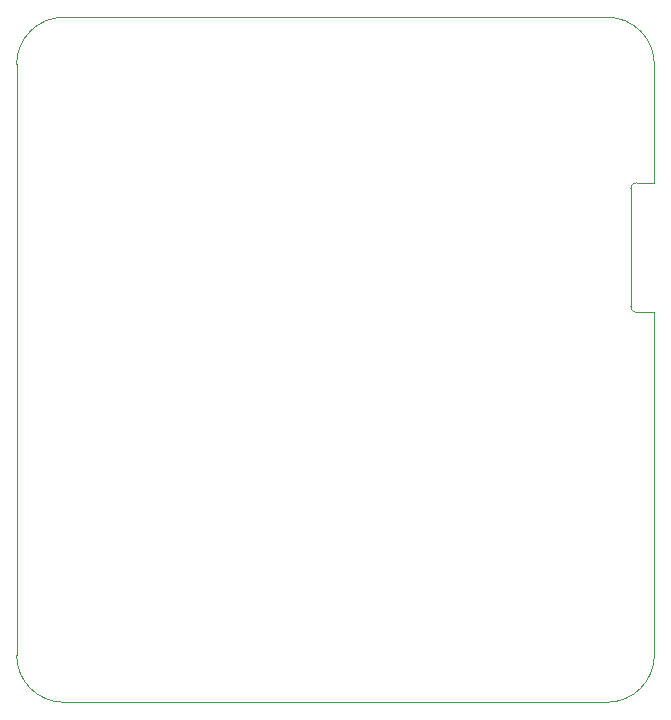
<source format=gm1>
G04 #@! TF.GenerationSoftware,KiCad,Pcbnew,(6.0.4)*
G04 #@! TF.CreationDate,2022-08-17T14:13:50+03:00*
G04 #@! TF.ProjectId,ReflowController-v1,5265666c-6f77-4436-9f6e-74726f6c6c65,rev?*
G04 #@! TF.SameCoordinates,Original*
G04 #@! TF.FileFunction,Profile,NP*
%FSLAX46Y46*%
G04 Gerber Fmt 4.6, Leading zero omitted, Abs format (unit mm)*
G04 Created by KiCad (PCBNEW (6.0.4)) date 2022-08-17 14:13:50*
%MOMM*%
%LPD*%
G01*
G04 APERTURE LIST*
G04 #@! TA.AperFunction,Profile*
%ADD10C,0.100000*%
G04 #@! TD*
G04 APERTURE END LIST*
D10*
X157000000Y-74000000D02*
G75*
G03*
X153000000Y-70000000I-4000000J0D01*
G01*
X107000000Y-128000000D02*
X153000000Y-128000000D01*
X155000000Y-94500000D02*
G75*
G03*
X155500000Y-95000000I500000J0D01*
G01*
X107000000Y-70000000D02*
G75*
G03*
X103000000Y-74000000I0J-4000000D01*
G01*
X103000000Y-124000000D02*
G75*
G03*
X107000000Y-128000000I4000000J0D01*
G01*
X157000000Y-84000000D02*
X155500000Y-84000000D01*
X155000000Y-84500000D02*
X155000000Y-94500000D01*
X157000000Y-124000000D02*
X157000000Y-95000000D01*
X153000000Y-70000000D02*
X107000000Y-70000000D01*
X157000000Y-84000000D02*
X157000000Y-74000000D01*
X153000000Y-128000000D02*
G75*
G03*
X157000000Y-124000000I0J4000000D01*
G01*
X103000000Y-74000000D02*
X103000000Y-124000000D01*
X155500000Y-84000000D02*
G75*
G03*
X155000000Y-84500000I0J-500000D01*
G01*
X155500000Y-95000000D02*
X157000000Y-95000000D01*
M02*

</source>
